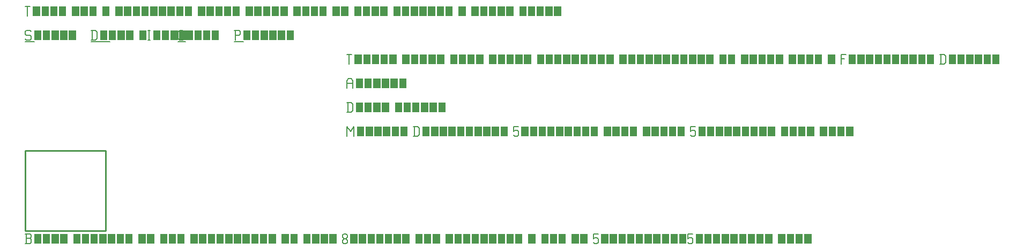
<source format=gbr>
G04 start of page 2 for group -1 layer_idx -1 *
G04 Title: space (and other dangerous characters) in layer name, <virtual group> *
G04 Creator: <version>
G04 CreationDate: <date>
G04 For:  *
G04 Format: Gerber/RS-274X *
G04 PCB-Dimensions: 50000 50000 *
G04 PCB-Coordinate-Origin: lower left *
%MOIN*%
%FSLAX25Y25*%
%LNFAB*%
%ADD13C,0.0100*%
%ADD12C,0.0001*%
%ADD11C,0.0060*%
G54D11*X3000Y125000D02*X3750Y124250D01*
X750Y125000D02*X3000D01*
X0Y124250D02*X750Y125000D01*
X0Y124250D02*Y122750D01*
X750Y122000D01*
X3000D01*
X3750Y121250D01*
Y119750D01*
X3000Y119000D02*X3750Y119750D01*
X750Y119000D02*X3000D01*
X0Y119750D02*X750Y119000D01*
G54D12*G36*
X5550Y125000D02*Y119000D01*
X10050D01*
Y125000D01*
X5550D01*
G37*
G36*
X10950D02*Y119000D01*
X15450D01*
Y125000D01*
X10950D01*
G37*
G36*
X16350D02*Y119000D01*
X20850D01*
Y125000D01*
X16350D01*
G37*
G36*
X21750D02*Y119000D01*
X26250D01*
Y125000D01*
X21750D01*
G37*
G36*
X27150D02*Y119000D01*
X31650D01*
Y125000D01*
X27150D01*
G37*
G54D11*X0Y118000D02*X5550D01*
X41750Y125000D02*Y119000D01*
X43700Y125000D02*X44750Y123950D01*
Y120050D01*
X43700Y119000D02*X44750Y120050D01*
X41000Y119000D02*X43700D01*
X41000Y125000D02*X43700D01*
G54D12*G36*
X46550D02*Y119000D01*
X51050D01*
Y125000D01*
X46550D01*
G37*
G36*
X51950D02*Y119000D01*
X56450D01*
Y125000D01*
X51950D01*
G37*
G36*
X57350D02*Y119000D01*
X61850D01*
Y125000D01*
X57350D01*
G37*
G36*
X62750D02*Y119000D01*
X67250D01*
Y125000D01*
X62750D01*
G37*
G36*
X70850D02*Y119000D01*
X75350D01*
Y125000D01*
X70850D01*
G37*
G54D11*X76250D02*X77750D01*
X77000D02*Y119000D01*
X76250D02*X77750D01*
G54D12*G36*
X79550Y125000D02*Y119000D01*
X84050D01*
Y125000D01*
X79550D01*
G37*
G36*
X84950D02*Y119000D01*
X89450D01*
Y125000D01*
X84950D01*
G37*
G36*
X90350D02*Y119000D01*
X94850D01*
Y125000D01*
X90350D01*
G37*
G36*
X95750D02*Y119000D01*
X100250D01*
Y125000D01*
X95750D01*
G37*
G54D11*X41000Y118000D02*X52550D01*
X96050Y119000D02*X98000D01*
X95000Y120050D02*X96050Y119000D01*
X95000Y123950D02*Y120050D01*
Y123950D02*X96050Y125000D01*
X98000D01*
G54D12*G36*
X99800D02*Y119000D01*
X104300D01*
Y125000D01*
X99800D01*
G37*
G36*
X105200D02*Y119000D01*
X109700D01*
Y125000D01*
X105200D01*
G37*
G36*
X110600D02*Y119000D01*
X115100D01*
Y125000D01*
X110600D01*
G37*
G36*
X116000D02*Y119000D01*
X120500D01*
Y125000D01*
X116000D01*
G37*
G54D11*X95000Y118000D02*X99800D01*
X130750Y125000D02*Y119000D01*
X130000Y125000D02*X133000D01*
X133750Y124250D01*
Y122750D01*
X133000Y122000D02*X133750Y122750D01*
X130750Y122000D02*X133000D01*
G54D12*G36*
X135550Y125000D02*Y119000D01*
X140050D01*
Y125000D01*
X135550D01*
G37*
G36*
X140950D02*Y119000D01*
X145450D01*
Y125000D01*
X140950D01*
G37*
G36*
X146350D02*Y119000D01*
X150850D01*
Y125000D01*
X146350D01*
G37*
G36*
X151750D02*Y119000D01*
X156250D01*
Y125000D01*
X151750D01*
G37*
G36*
X157150D02*Y119000D01*
X161650D01*
Y125000D01*
X157150D01*
G37*
G36*
X162550D02*Y119000D01*
X167050D01*
Y125000D01*
X162550D01*
G37*
G54D11*X130000Y118000D02*X135550D01*
X0Y140000D02*X3000D01*
X1500D02*Y134000D01*
G54D12*G36*
X4800Y140000D02*Y134000D01*
X9300D01*
Y140000D01*
X4800D01*
G37*
G36*
X10200D02*Y134000D01*
X14700D01*
Y140000D01*
X10200D01*
G37*
G36*
X15600D02*Y134000D01*
X20100D01*
Y140000D01*
X15600D01*
G37*
G36*
X21000D02*Y134000D01*
X25500D01*
Y140000D01*
X21000D01*
G37*
G36*
X29100D02*Y134000D01*
X33600D01*
Y140000D01*
X29100D01*
G37*
G36*
X34500D02*Y134000D01*
X39000D01*
Y140000D01*
X34500D01*
G37*
G36*
X39900D02*Y134000D01*
X44400D01*
Y140000D01*
X39900D01*
G37*
G36*
X48000D02*Y134000D01*
X52500D01*
Y140000D01*
X48000D01*
G37*
G36*
X56100D02*Y134000D01*
X60600D01*
Y140000D01*
X56100D01*
G37*
G36*
X61500D02*Y134000D01*
X66000D01*
Y140000D01*
X61500D01*
G37*
G36*
X66900D02*Y134000D01*
X71400D01*
Y140000D01*
X66900D01*
G37*
G36*
X72300D02*Y134000D01*
X76800D01*
Y140000D01*
X72300D01*
G37*
G36*
X77700D02*Y134000D01*
X82200D01*
Y140000D01*
X77700D01*
G37*
G36*
X83100D02*Y134000D01*
X87600D01*
Y140000D01*
X83100D01*
G37*
G36*
X88500D02*Y134000D01*
X93000D01*
Y140000D01*
X88500D01*
G37*
G36*
X93900D02*Y134000D01*
X98400D01*
Y140000D01*
X93900D01*
G37*
G36*
X99300D02*Y134000D01*
X103800D01*
Y140000D01*
X99300D01*
G37*
G36*
X107400D02*Y134000D01*
X111900D01*
Y140000D01*
X107400D01*
G37*
G36*
X112800D02*Y134000D01*
X117300D01*
Y140000D01*
X112800D01*
G37*
G36*
X118200D02*Y134000D01*
X122700D01*
Y140000D01*
X118200D01*
G37*
G36*
X123600D02*Y134000D01*
X128100D01*
Y140000D01*
X123600D01*
G37*
G36*
X129000D02*Y134000D01*
X133500D01*
Y140000D01*
X129000D01*
G37*
G36*
X137100D02*Y134000D01*
X141600D01*
Y140000D01*
X137100D01*
G37*
G36*
X142500D02*Y134000D01*
X147000D01*
Y140000D01*
X142500D01*
G37*
G36*
X147900D02*Y134000D01*
X152400D01*
Y140000D01*
X147900D01*
G37*
G36*
X153300D02*Y134000D01*
X157800D01*
Y140000D01*
X153300D01*
G37*
G36*
X158700D02*Y134000D01*
X163200D01*
Y140000D01*
X158700D01*
G37*
G36*
X166800D02*Y134000D01*
X171300D01*
Y140000D01*
X166800D01*
G37*
G36*
X172200D02*Y134000D01*
X176700D01*
Y140000D01*
X172200D01*
G37*
G36*
X177600D02*Y134000D01*
X182100D01*
Y140000D01*
X177600D01*
G37*
G36*
X183000D02*Y134000D01*
X187500D01*
Y140000D01*
X183000D01*
G37*
G36*
X191100D02*Y134000D01*
X195600D01*
Y140000D01*
X191100D01*
G37*
G36*
X196500D02*Y134000D01*
X201000D01*
Y140000D01*
X196500D01*
G37*
G36*
X204600D02*Y134000D01*
X209100D01*
Y140000D01*
X204600D01*
G37*
G36*
X210000D02*Y134000D01*
X214500D01*
Y140000D01*
X210000D01*
G37*
G36*
X215400D02*Y134000D01*
X219900D01*
Y140000D01*
X215400D01*
G37*
G36*
X220800D02*Y134000D01*
X225300D01*
Y140000D01*
X220800D01*
G37*
G36*
X228900D02*Y134000D01*
X233400D01*
Y140000D01*
X228900D01*
G37*
G36*
X234300D02*Y134000D01*
X238800D01*
Y140000D01*
X234300D01*
G37*
G36*
X239700D02*Y134000D01*
X244200D01*
Y140000D01*
X239700D01*
G37*
G36*
X245100D02*Y134000D01*
X249600D01*
Y140000D01*
X245100D01*
G37*
G36*
X250500D02*Y134000D01*
X255000D01*
Y140000D01*
X250500D01*
G37*
G36*
X255900D02*Y134000D01*
X260400D01*
Y140000D01*
X255900D01*
G37*
G36*
X261300D02*Y134000D01*
X265800D01*
Y140000D01*
X261300D01*
G37*
G36*
X269400D02*Y134000D01*
X273900D01*
Y140000D01*
X269400D01*
G37*
G36*
X277500D02*Y134000D01*
X282000D01*
Y140000D01*
X277500D01*
G37*
G36*
X282900D02*Y134000D01*
X287400D01*
Y140000D01*
X282900D01*
G37*
G36*
X288300D02*Y134000D01*
X292800D01*
Y140000D01*
X288300D01*
G37*
G36*
X293700D02*Y134000D01*
X298200D01*
Y140000D01*
X293700D01*
G37*
G36*
X299100D02*Y134000D01*
X303600D01*
Y140000D01*
X299100D01*
G37*
G36*
X307200D02*Y134000D01*
X311700D01*
Y140000D01*
X307200D01*
G37*
G36*
X312600D02*Y134000D01*
X317100D01*
Y140000D01*
X312600D01*
G37*
G36*
X318000D02*Y134000D01*
X322500D01*
Y140000D01*
X318000D01*
G37*
G36*
X323400D02*Y134000D01*
X327900D01*
Y140000D01*
X323400D01*
G37*
G36*
X328800D02*Y134000D01*
X333300D01*
Y140000D01*
X328800D01*
G37*
G54D13*X0Y50000D02*X50000D01*
X0D02*Y0D01*
X50000Y50000D02*Y0D01*
X0D02*X50000D01*
G54D11*X200000Y65000D02*Y59000D01*
Y65000D02*X202250Y62000D01*
X204500Y65000D01*
Y59000D01*
G54D12*G36*
X206300Y65000D02*Y59000D01*
X210800D01*
Y65000D01*
X206300D01*
G37*
G36*
X211700D02*Y59000D01*
X216200D01*
Y65000D01*
X211700D01*
G37*
G36*
X217100D02*Y59000D01*
X221600D01*
Y65000D01*
X217100D01*
G37*
G36*
X222500D02*Y59000D01*
X227000D01*
Y65000D01*
X222500D01*
G37*
G36*
X227900D02*Y59000D01*
X232400D01*
Y65000D01*
X227900D01*
G37*
G36*
X233300D02*Y59000D01*
X237800D01*
Y65000D01*
X233300D01*
G37*
G54D11*X242150D02*Y59000D01*
X244100Y65000D02*X245150Y63950D01*
Y60050D01*
X244100Y59000D02*X245150Y60050D01*
X241400Y59000D02*X244100D01*
X241400Y65000D02*X244100D01*
G54D12*G36*
X246950D02*Y59000D01*
X251450D01*
Y65000D01*
X246950D01*
G37*
G36*
X252350D02*Y59000D01*
X256850D01*
Y65000D01*
X252350D01*
G37*
G36*
X257750D02*Y59000D01*
X262250D01*
Y65000D01*
X257750D01*
G37*
G36*
X263150D02*Y59000D01*
X267650D01*
Y65000D01*
X263150D01*
G37*
G36*
X268550D02*Y59000D01*
X273050D01*
Y65000D01*
X268550D01*
G37*
G36*
X273950D02*Y59000D01*
X278450D01*
Y65000D01*
X273950D01*
G37*
G36*
X279350D02*Y59000D01*
X283850D01*
Y65000D01*
X279350D01*
G37*
G36*
X284750D02*Y59000D01*
X289250D01*
Y65000D01*
X284750D01*
G37*
G36*
X290150D02*Y59000D01*
X294650D01*
Y65000D01*
X290150D01*
G37*
G36*
X295550D02*Y59000D01*
X300050D01*
Y65000D01*
X295550D01*
G37*
G54D11*X303650D02*X306650D01*
X303650D02*Y62000D01*
X304400Y62750D01*
X305900D01*
X306650Y62000D01*
Y59750D01*
X305900Y59000D02*X306650Y59750D01*
X304400Y59000D02*X305900D01*
X303650Y59750D02*X304400Y59000D01*
G54D12*G36*
X308450Y65000D02*Y59000D01*
X312950D01*
Y65000D01*
X308450D01*
G37*
G36*
X313850D02*Y59000D01*
X318350D01*
Y65000D01*
X313850D01*
G37*
G36*
X319250D02*Y59000D01*
X323750D01*
Y65000D01*
X319250D01*
G37*
G36*
X324650D02*Y59000D01*
X329150D01*
Y65000D01*
X324650D01*
G37*
G36*
X330050D02*Y59000D01*
X334550D01*
Y65000D01*
X330050D01*
G37*
G36*
X335450D02*Y59000D01*
X339950D01*
Y65000D01*
X335450D01*
G37*
G36*
X340850D02*Y59000D01*
X345350D01*
Y65000D01*
X340850D01*
G37*
G36*
X346250D02*Y59000D01*
X350750D01*
Y65000D01*
X346250D01*
G37*
G36*
X351650D02*Y59000D01*
X356150D01*
Y65000D01*
X351650D01*
G37*
G36*
X359750D02*Y59000D01*
X364250D01*
Y65000D01*
X359750D01*
G37*
G36*
X365150D02*Y59000D01*
X369650D01*
Y65000D01*
X365150D01*
G37*
G36*
X370550D02*Y59000D01*
X375050D01*
Y65000D01*
X370550D01*
G37*
G36*
X375950D02*Y59000D01*
X380450D01*
Y65000D01*
X375950D01*
G37*
G36*
X384050D02*Y59000D01*
X388550D01*
Y65000D01*
X384050D01*
G37*
G36*
X389450D02*Y59000D01*
X393950D01*
Y65000D01*
X389450D01*
G37*
G36*
X394850D02*Y59000D01*
X399350D01*
Y65000D01*
X394850D01*
G37*
G36*
X400250D02*Y59000D01*
X404750D01*
Y65000D01*
X400250D01*
G37*
G36*
X405650D02*Y59000D01*
X410150D01*
Y65000D01*
X405650D01*
G37*
G54D11*X413750D02*X416750D01*
X413750D02*Y62000D01*
X414500Y62750D01*
X416000D01*
X416750Y62000D01*
Y59750D01*
X416000Y59000D02*X416750Y59750D01*
X414500Y59000D02*X416000D01*
X413750Y59750D02*X414500Y59000D01*
G54D12*G36*
X418550Y65000D02*Y59000D01*
X423050D01*
Y65000D01*
X418550D01*
G37*
G36*
X423950D02*Y59000D01*
X428450D01*
Y65000D01*
X423950D01*
G37*
G36*
X429350D02*Y59000D01*
X433850D01*
Y65000D01*
X429350D01*
G37*
G36*
X434750D02*Y59000D01*
X439250D01*
Y65000D01*
X434750D01*
G37*
G36*
X440150D02*Y59000D01*
X444650D01*
Y65000D01*
X440150D01*
G37*
G36*
X445550D02*Y59000D01*
X450050D01*
Y65000D01*
X445550D01*
G37*
G36*
X450950D02*Y59000D01*
X455450D01*
Y65000D01*
X450950D01*
G37*
G36*
X456350D02*Y59000D01*
X460850D01*
Y65000D01*
X456350D01*
G37*
G36*
X461750D02*Y59000D01*
X466250D01*
Y65000D01*
X461750D01*
G37*
G36*
X469850D02*Y59000D01*
X474350D01*
Y65000D01*
X469850D01*
G37*
G36*
X475250D02*Y59000D01*
X479750D01*
Y65000D01*
X475250D01*
G37*
G36*
X480650D02*Y59000D01*
X485150D01*
Y65000D01*
X480650D01*
G37*
G36*
X486050D02*Y59000D01*
X490550D01*
Y65000D01*
X486050D01*
G37*
G36*
X494150D02*Y59000D01*
X498650D01*
Y65000D01*
X494150D01*
G37*
G36*
X499550D02*Y59000D01*
X504050D01*
Y65000D01*
X499550D01*
G37*
G36*
X504950D02*Y59000D01*
X509450D01*
Y65000D01*
X504950D01*
G37*
G36*
X510350D02*Y59000D01*
X514850D01*
Y65000D01*
X510350D01*
G37*
G54D11*X0Y-8000D02*X3000D01*
X3750Y-7250D01*
Y-5450D02*Y-7250D01*
X3000Y-4700D02*X3750Y-5450D01*
X750Y-4700D02*X3000D01*
X750Y-2000D02*Y-8000D01*
X0Y-2000D02*X3000D01*
X3750Y-2750D01*
Y-3950D01*
X3000Y-4700D02*X3750Y-3950D01*
G54D12*G36*
X5550Y-2000D02*Y-8000D01*
X10050D01*
Y-2000D01*
X5550D01*
G37*
G36*
X10950D02*Y-8000D01*
X15450D01*
Y-2000D01*
X10950D01*
G37*
G36*
X16350D02*Y-8000D01*
X20850D01*
Y-2000D01*
X16350D01*
G37*
G36*
X21750D02*Y-8000D01*
X26250D01*
Y-2000D01*
X21750D01*
G37*
G36*
X29850D02*Y-8000D01*
X34350D01*
Y-2000D01*
X29850D01*
G37*
G36*
X35250D02*Y-8000D01*
X39750D01*
Y-2000D01*
X35250D01*
G37*
G36*
X40650D02*Y-8000D01*
X45150D01*
Y-2000D01*
X40650D01*
G37*
G36*
X46050D02*Y-8000D01*
X50550D01*
Y-2000D01*
X46050D01*
G37*
G36*
X51450D02*Y-8000D01*
X55950D01*
Y-2000D01*
X51450D01*
G37*
G36*
X56850D02*Y-8000D01*
X61350D01*
Y-2000D01*
X56850D01*
G37*
G36*
X62250D02*Y-8000D01*
X66750D01*
Y-2000D01*
X62250D01*
G37*
G36*
X70350D02*Y-8000D01*
X74850D01*
Y-2000D01*
X70350D01*
G37*
G36*
X75750D02*Y-8000D01*
X80250D01*
Y-2000D01*
X75750D01*
G37*
G36*
X83850D02*Y-8000D01*
X88350D01*
Y-2000D01*
X83850D01*
G37*
G36*
X89250D02*Y-8000D01*
X93750D01*
Y-2000D01*
X89250D01*
G37*
G36*
X94650D02*Y-8000D01*
X99150D01*
Y-2000D01*
X94650D01*
G37*
G36*
X102750D02*Y-8000D01*
X107250D01*
Y-2000D01*
X102750D01*
G37*
G36*
X108150D02*Y-8000D01*
X112650D01*
Y-2000D01*
X108150D01*
G37*
G36*
X113550D02*Y-8000D01*
X118050D01*
Y-2000D01*
X113550D01*
G37*
G36*
X118950D02*Y-8000D01*
X123450D01*
Y-2000D01*
X118950D01*
G37*
G36*
X124350D02*Y-8000D01*
X128850D01*
Y-2000D01*
X124350D01*
G37*
G36*
X129750D02*Y-8000D01*
X134250D01*
Y-2000D01*
X129750D01*
G37*
G36*
X135150D02*Y-8000D01*
X139650D01*
Y-2000D01*
X135150D01*
G37*
G36*
X140550D02*Y-8000D01*
X145050D01*
Y-2000D01*
X140550D01*
G37*
G36*
X145950D02*Y-8000D01*
X150450D01*
Y-2000D01*
X145950D01*
G37*
G36*
X151350D02*Y-8000D01*
X155850D01*
Y-2000D01*
X151350D01*
G37*
G36*
X159450D02*Y-8000D01*
X163950D01*
Y-2000D01*
X159450D01*
G37*
G36*
X164850D02*Y-8000D01*
X169350D01*
Y-2000D01*
X164850D01*
G37*
G36*
X172950D02*Y-8000D01*
X177450D01*
Y-2000D01*
X172950D01*
G37*
G36*
X178350D02*Y-8000D01*
X182850D01*
Y-2000D01*
X178350D01*
G37*
G36*
X183750D02*Y-8000D01*
X188250D01*
Y-2000D01*
X183750D01*
G37*
G36*
X189150D02*Y-8000D01*
X193650D01*
Y-2000D01*
X189150D01*
G37*
G54D11*X197250Y-7250D02*X198000Y-8000D01*
X197250Y-6050D02*Y-7250D01*
Y-6050D02*X198300Y-5000D01*
X199200D01*
X200250Y-6050D01*
Y-7250D01*
X199500Y-8000D02*X200250Y-7250D01*
X198000Y-8000D02*X199500D01*
X197250Y-3950D02*X198300Y-5000D01*
X197250Y-2750D02*Y-3950D01*
Y-2750D02*X198000Y-2000D01*
X199500D01*
X200250Y-2750D01*
Y-3950D01*
X199200Y-5000D02*X200250Y-3950D01*
G54D12*G36*
X202050Y-2000D02*Y-8000D01*
X206550D01*
Y-2000D01*
X202050D01*
G37*
G36*
X207450D02*Y-8000D01*
X211950D01*
Y-2000D01*
X207450D01*
G37*
G36*
X212850D02*Y-8000D01*
X217350D01*
Y-2000D01*
X212850D01*
G37*
G36*
X218250D02*Y-8000D01*
X222750D01*
Y-2000D01*
X218250D01*
G37*
G36*
X223650D02*Y-8000D01*
X228150D01*
Y-2000D01*
X223650D01*
G37*
G36*
X229050D02*Y-8000D01*
X233550D01*
Y-2000D01*
X229050D01*
G37*
G36*
X234450D02*Y-8000D01*
X238950D01*
Y-2000D01*
X234450D01*
G37*
G36*
X242550D02*Y-8000D01*
X247050D01*
Y-2000D01*
X242550D01*
G37*
G36*
X247950D02*Y-8000D01*
X252450D01*
Y-2000D01*
X247950D01*
G37*
G36*
X253350D02*Y-8000D01*
X257850D01*
Y-2000D01*
X253350D01*
G37*
G36*
X261450D02*Y-8000D01*
X265950D01*
Y-2000D01*
X261450D01*
G37*
G36*
X266850D02*Y-8000D01*
X271350D01*
Y-2000D01*
X266850D01*
G37*
G36*
X272250D02*Y-8000D01*
X276750D01*
Y-2000D01*
X272250D01*
G37*
G36*
X277650D02*Y-8000D01*
X282150D01*
Y-2000D01*
X277650D01*
G37*
G36*
X283050D02*Y-8000D01*
X287550D01*
Y-2000D01*
X283050D01*
G37*
G36*
X288450D02*Y-8000D01*
X292950D01*
Y-2000D01*
X288450D01*
G37*
G36*
X293850D02*Y-8000D01*
X298350D01*
Y-2000D01*
X293850D01*
G37*
G36*
X299250D02*Y-8000D01*
X303750D01*
Y-2000D01*
X299250D01*
G37*
G36*
X304650D02*Y-8000D01*
X309150D01*
Y-2000D01*
X304650D01*
G37*
G36*
X312750D02*Y-8000D01*
X317250D01*
Y-2000D01*
X312750D01*
G37*
G36*
X320850D02*Y-8000D01*
X325350D01*
Y-2000D01*
X320850D01*
G37*
G36*
X326250D02*Y-8000D01*
X330750D01*
Y-2000D01*
X326250D01*
G37*
G36*
X331650D02*Y-8000D01*
X336150D01*
Y-2000D01*
X331650D01*
G37*
G36*
X339750D02*Y-8000D01*
X344250D01*
Y-2000D01*
X339750D01*
G37*
G36*
X345150D02*Y-8000D01*
X349650D01*
Y-2000D01*
X345150D01*
G37*
G54D11*X353250D02*X356250D01*
X353250D02*Y-5000D01*
X354000Y-4250D01*
X355500D01*
X356250Y-5000D01*
Y-7250D01*
X355500Y-8000D02*X356250Y-7250D01*
X354000Y-8000D02*X355500D01*
X353250Y-7250D02*X354000Y-8000D01*
G54D12*G36*
X358050Y-2000D02*Y-8000D01*
X362550D01*
Y-2000D01*
X358050D01*
G37*
G36*
X363450D02*Y-8000D01*
X367950D01*
Y-2000D01*
X363450D01*
G37*
G36*
X368850D02*Y-8000D01*
X373350D01*
Y-2000D01*
X368850D01*
G37*
G36*
X374250D02*Y-8000D01*
X378750D01*
Y-2000D01*
X374250D01*
G37*
G36*
X379650D02*Y-8000D01*
X384150D01*
Y-2000D01*
X379650D01*
G37*
G36*
X385050D02*Y-8000D01*
X389550D01*
Y-2000D01*
X385050D01*
G37*
G36*
X390450D02*Y-8000D01*
X394950D01*
Y-2000D01*
X390450D01*
G37*
G36*
X395850D02*Y-8000D01*
X400350D01*
Y-2000D01*
X395850D01*
G37*
G36*
X401250D02*Y-8000D01*
X405750D01*
Y-2000D01*
X401250D01*
G37*
G36*
X406650D02*Y-8000D01*
X411150D01*
Y-2000D01*
X406650D01*
G37*
G54D11*X412050D02*X415050D01*
X412050D02*Y-5000D01*
X412800Y-4250D01*
X414300D01*
X415050Y-5000D01*
Y-7250D01*
X414300Y-8000D02*X415050Y-7250D01*
X412800Y-8000D02*X414300D01*
X412050Y-7250D02*X412800Y-8000D01*
G54D12*G36*
X416850Y-2000D02*Y-8000D01*
X421350D01*
Y-2000D01*
X416850D01*
G37*
G36*
X422250D02*Y-8000D01*
X426750D01*
Y-2000D01*
X422250D01*
G37*
G36*
X427650D02*Y-8000D01*
X432150D01*
Y-2000D01*
X427650D01*
G37*
G36*
X433050D02*Y-8000D01*
X437550D01*
Y-2000D01*
X433050D01*
G37*
G36*
X438450D02*Y-8000D01*
X442950D01*
Y-2000D01*
X438450D01*
G37*
G36*
X443850D02*Y-8000D01*
X448350D01*
Y-2000D01*
X443850D01*
G37*
G36*
X449250D02*Y-8000D01*
X453750D01*
Y-2000D01*
X449250D01*
G37*
G36*
X454650D02*Y-8000D01*
X459150D01*
Y-2000D01*
X454650D01*
G37*
G36*
X460050D02*Y-8000D01*
X464550D01*
Y-2000D01*
X460050D01*
G37*
G36*
X468150D02*Y-8000D01*
X472650D01*
Y-2000D01*
X468150D01*
G37*
G36*
X473550D02*Y-8000D01*
X478050D01*
Y-2000D01*
X473550D01*
G37*
G36*
X478950D02*Y-8000D01*
X483450D01*
Y-2000D01*
X478950D01*
G37*
G36*
X484350D02*Y-8000D01*
X488850D01*
Y-2000D01*
X484350D01*
G37*
G54D11*X200750Y80000D02*Y74000D01*
X202700Y80000D02*X203750Y78950D01*
Y75050D01*
X202700Y74000D02*X203750Y75050D01*
X200000Y74000D02*X202700D01*
X200000Y80000D02*X202700D01*
G54D12*G36*
X205550D02*Y74000D01*
X210050D01*
Y80000D01*
X205550D01*
G37*
G36*
X210950D02*Y74000D01*
X215450D01*
Y80000D01*
X210950D01*
G37*
G36*
X216350D02*Y74000D01*
X220850D01*
Y80000D01*
X216350D01*
G37*
G36*
X221750D02*Y74000D01*
X226250D01*
Y80000D01*
X221750D01*
G37*
G36*
X229850D02*Y74000D01*
X234350D01*
Y80000D01*
X229850D01*
G37*
G36*
X235250D02*Y74000D01*
X239750D01*
Y80000D01*
X235250D01*
G37*
G36*
X240650D02*Y74000D01*
X245150D01*
Y80000D01*
X240650D01*
G37*
G36*
X246050D02*Y74000D01*
X250550D01*
Y80000D01*
X246050D01*
G37*
G36*
X251450D02*Y74000D01*
X255950D01*
Y80000D01*
X251450D01*
G37*
G36*
X256850D02*Y74000D01*
X261350D01*
Y80000D01*
X256850D01*
G37*
G54D11*X200000Y93500D02*Y89000D01*
Y93500D02*X201050Y95000D01*
X202700D01*
X203750Y93500D01*
Y89000D01*
X200000Y92000D02*X203750D01*
G54D12*G36*
X205550Y95000D02*Y89000D01*
X210050D01*
Y95000D01*
X205550D01*
G37*
G36*
X210950D02*Y89000D01*
X215450D01*
Y95000D01*
X210950D01*
G37*
G36*
X216350D02*Y89000D01*
X220850D01*
Y95000D01*
X216350D01*
G37*
G36*
X221750D02*Y89000D01*
X226250D01*
Y95000D01*
X221750D01*
G37*
G36*
X227150D02*Y89000D01*
X231650D01*
Y95000D01*
X227150D01*
G37*
G36*
X232550D02*Y89000D01*
X237050D01*
Y95000D01*
X232550D01*
G37*
G54D11*X200000Y110000D02*X203000D01*
X201500D02*Y104000D01*
G54D12*G36*
X204800Y110000D02*Y104000D01*
X209300D01*
Y110000D01*
X204800D01*
G37*
G36*
X210200D02*Y104000D01*
X214700D01*
Y110000D01*
X210200D01*
G37*
G36*
X215600D02*Y104000D01*
X220100D01*
Y110000D01*
X215600D01*
G37*
G36*
X221000D02*Y104000D01*
X225500D01*
Y110000D01*
X221000D01*
G37*
G36*
X226400D02*Y104000D01*
X230900D01*
Y110000D01*
X226400D01*
G37*
G36*
X234500D02*Y104000D01*
X239000D01*
Y110000D01*
X234500D01*
G37*
G36*
X239900D02*Y104000D01*
X244400D01*
Y110000D01*
X239900D01*
G37*
G36*
X245300D02*Y104000D01*
X249800D01*
Y110000D01*
X245300D01*
G37*
G36*
X250700D02*Y104000D01*
X255200D01*
Y110000D01*
X250700D01*
G37*
G36*
X256100D02*Y104000D01*
X260600D01*
Y110000D01*
X256100D01*
G37*
G36*
X264200D02*Y104000D01*
X268700D01*
Y110000D01*
X264200D01*
G37*
G36*
X269600D02*Y104000D01*
X274100D01*
Y110000D01*
X269600D01*
G37*
G36*
X275000D02*Y104000D01*
X279500D01*
Y110000D01*
X275000D01*
G37*
G36*
X280400D02*Y104000D01*
X284900D01*
Y110000D01*
X280400D01*
G37*
G36*
X288500D02*Y104000D01*
X293000D01*
Y110000D01*
X288500D01*
G37*
G36*
X293900D02*Y104000D01*
X298400D01*
Y110000D01*
X293900D01*
G37*
G36*
X299300D02*Y104000D01*
X303800D01*
Y110000D01*
X299300D01*
G37*
G36*
X304700D02*Y104000D01*
X309200D01*
Y110000D01*
X304700D01*
G37*
G36*
X310100D02*Y104000D01*
X314600D01*
Y110000D01*
X310100D01*
G37*
G36*
X318200D02*Y104000D01*
X322700D01*
Y110000D01*
X318200D01*
G37*
G36*
X323600D02*Y104000D01*
X328100D01*
Y110000D01*
X323600D01*
G37*
G36*
X329000D02*Y104000D01*
X333500D01*
Y110000D01*
X329000D01*
G37*
G36*
X334400D02*Y104000D01*
X338900D01*
Y110000D01*
X334400D01*
G37*
G36*
X339800D02*Y104000D01*
X344300D01*
Y110000D01*
X339800D01*
G37*
G36*
X345200D02*Y104000D01*
X349700D01*
Y110000D01*
X345200D01*
G37*
G36*
X350600D02*Y104000D01*
X355100D01*
Y110000D01*
X350600D01*
G37*
G36*
X356000D02*Y104000D01*
X360500D01*
Y110000D01*
X356000D01*
G37*
G36*
X361400D02*Y104000D01*
X365900D01*
Y110000D01*
X361400D01*
G37*
G36*
X369500D02*Y104000D01*
X374000D01*
Y110000D01*
X369500D01*
G37*
G36*
X374900D02*Y104000D01*
X379400D01*
Y110000D01*
X374900D01*
G37*
G36*
X380300D02*Y104000D01*
X384800D01*
Y110000D01*
X380300D01*
G37*
G36*
X385700D02*Y104000D01*
X390200D01*
Y110000D01*
X385700D01*
G37*
G36*
X391100D02*Y104000D01*
X395600D01*
Y110000D01*
X391100D01*
G37*
G36*
X396500D02*Y104000D01*
X401000D01*
Y110000D01*
X396500D01*
G37*
G36*
X401900D02*Y104000D01*
X406400D01*
Y110000D01*
X401900D01*
G37*
G36*
X407300D02*Y104000D01*
X411800D01*
Y110000D01*
X407300D01*
G37*
G36*
X412700D02*Y104000D01*
X417200D01*
Y110000D01*
X412700D01*
G37*
G36*
X418100D02*Y104000D01*
X422600D01*
Y110000D01*
X418100D01*
G37*
G36*
X423500D02*Y104000D01*
X428000D01*
Y110000D01*
X423500D01*
G37*
G36*
X431600D02*Y104000D01*
X436100D01*
Y110000D01*
X431600D01*
G37*
G36*
X437000D02*Y104000D01*
X441500D01*
Y110000D01*
X437000D01*
G37*
G36*
X445100D02*Y104000D01*
X449600D01*
Y110000D01*
X445100D01*
G37*
G36*
X450500D02*Y104000D01*
X455000D01*
Y110000D01*
X450500D01*
G37*
G36*
X455900D02*Y104000D01*
X460400D01*
Y110000D01*
X455900D01*
G37*
G36*
X461300D02*Y104000D01*
X465800D01*
Y110000D01*
X461300D01*
G37*
G36*
X466700D02*Y104000D01*
X471200D01*
Y110000D01*
X466700D01*
G37*
G36*
X474800D02*Y104000D01*
X479300D01*
Y110000D01*
X474800D01*
G37*
G36*
X480200D02*Y104000D01*
X484700D01*
Y110000D01*
X480200D01*
G37*
G36*
X485600D02*Y104000D01*
X490100D01*
Y110000D01*
X485600D01*
G37*
G36*
X491000D02*Y104000D01*
X495500D01*
Y110000D01*
X491000D01*
G37*
G36*
X499100D02*Y104000D01*
X503600D01*
Y110000D01*
X499100D01*
G37*
G54D11*X507200D02*Y104000D01*
Y110000D02*X510200D01*
X507200Y107300D02*X509450D01*
G54D12*G36*
X512000Y110000D02*Y104000D01*
X516500D01*
Y110000D01*
X512000D01*
G37*
G36*
X517400D02*Y104000D01*
X521900D01*
Y110000D01*
X517400D01*
G37*
G36*
X522800D02*Y104000D01*
X527300D01*
Y110000D01*
X522800D01*
G37*
G36*
X528200D02*Y104000D01*
X532700D01*
Y110000D01*
X528200D01*
G37*
G36*
X533600D02*Y104000D01*
X538100D01*
Y110000D01*
X533600D01*
G37*
G36*
X539000D02*Y104000D01*
X543500D01*
Y110000D01*
X539000D01*
G37*
G36*
X544400D02*Y104000D01*
X548900D01*
Y110000D01*
X544400D01*
G37*
G36*
X549800D02*Y104000D01*
X554300D01*
Y110000D01*
X549800D01*
G37*
G36*
X555200D02*Y104000D01*
X559700D01*
Y110000D01*
X555200D01*
G37*
G36*
X560600D02*Y104000D01*
X565100D01*
Y110000D01*
X560600D01*
G37*
G54D11*X569450D02*Y104000D01*
X571400Y110000D02*X572450Y108950D01*
Y105050D01*
X571400Y104000D02*X572450Y105050D01*
X568700Y104000D02*X571400D01*
X568700Y110000D02*X571400D01*
G54D12*G36*
X574250D02*Y104000D01*
X578750D01*
Y110000D01*
X574250D01*
G37*
G36*
X579650D02*Y104000D01*
X584150D01*
Y110000D01*
X579650D01*
G37*
G36*
X585050D02*Y104000D01*
X589550D01*
Y110000D01*
X585050D01*
G37*
G36*
X590450D02*Y104000D01*
X594950D01*
Y110000D01*
X590450D01*
G37*
G36*
X595850D02*Y104000D01*
X600350D01*
Y110000D01*
X595850D01*
G37*
G36*
X601250D02*Y104000D01*
X605750D01*
Y110000D01*
X601250D01*
G37*
M02*

</source>
